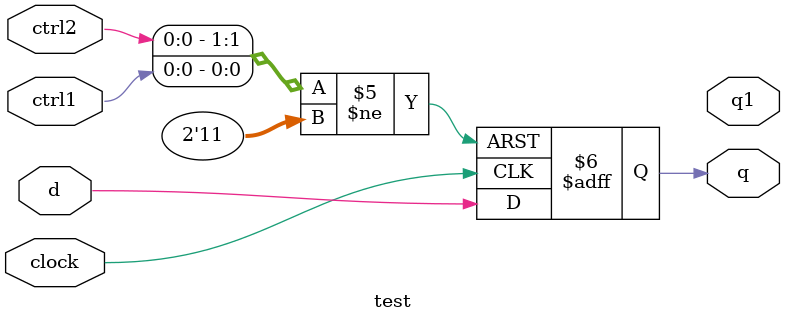
<source format=v>
module test (clock, ctrl1, ctrl2, q, q1, d);
 input clock, ctrl1, ctrl2;
 input d;
 output q, q1;
 reg q, q1;
 always @( posedge clock or negedge ctrl1 or negedge ctrl2 )
   if ( !ctrl1 )
     q <= #1 1'b0; //ctrl1 is treated as reset
   else if ( !ctrl2 )
     q <= #1 1'b0; //ctrl2 is treated as reset, warning here
   else
     q <= d;
endmodule


</source>
